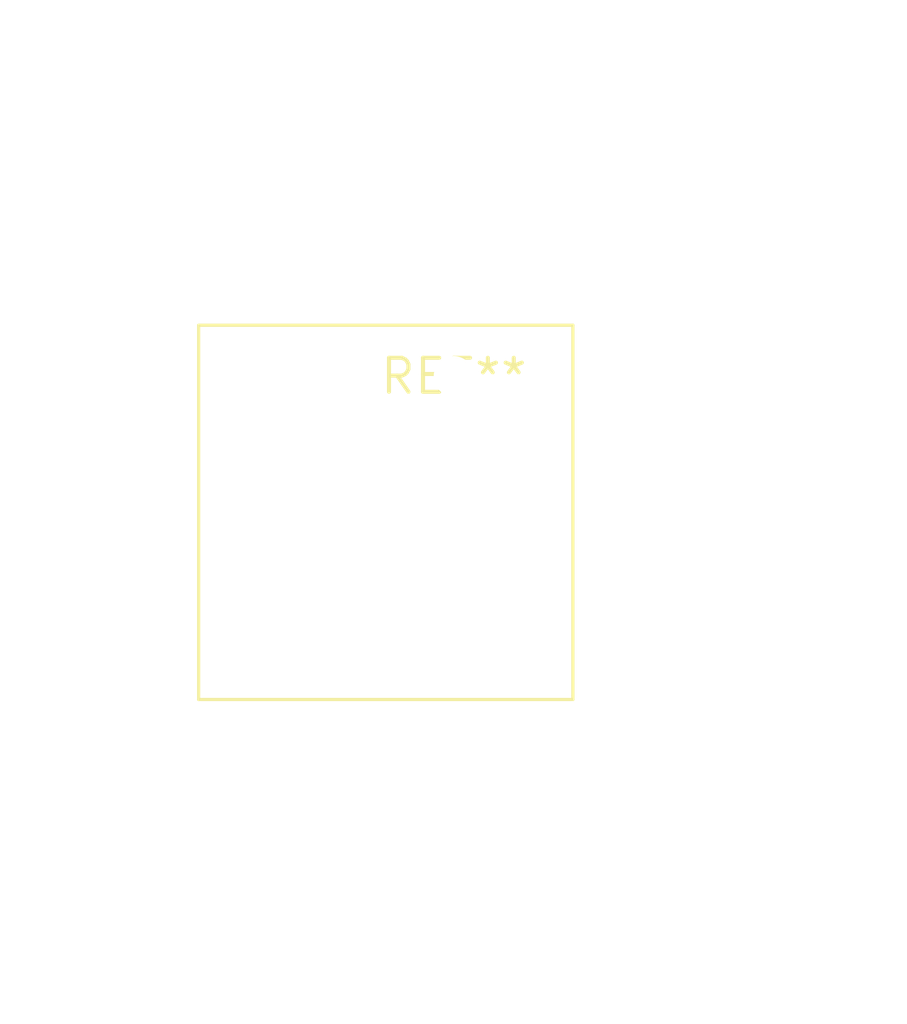
<source format=kicad_pcb>
(kicad_pcb (version 20240108) (generator pcbnew)
  (layers (0 "F.Cu" signal) (31 "B.Cu" signal) (34 "B.Paste" user) (35 "F.Paste" user) (36 "B.SilkS" user "B.Silkscreen") (37 "F.SilkS" user "F.Silkscreen") (38 "B.Mask" user) (39 "F.Mask" user) (44 "Edge.Cuts" user))
  (net 0 "")
  (footprint "SW_Cherry_MX_2.00u_Vertical_Plate" (layer "F.Cu") (at 0 0)
    (property "Reference" "REF**")
    (property "Value" "SW_Cherry_MX_2.00u_Vertical_Plate")
    (fp_line (start -9.525 -1.905) (end 4.445 -1.905) (layer "F.SilkS") (stroke (width 0.12)))
    (fp_line (start -9.525 12.065) (end -9.525 -1.905) (layer "F.SilkS") (stroke (width 0.12)))
    (fp_line (start 4.445 -1.905) (end 4.445 12.065) (layer "F.SilkS") (stroke (width 0.12)))
    (fp_line (start 4.445 12.065) (end -9.525 12.065) (layer "F.SilkS") (stroke (width 0.12)))
    (pad "" np_thru_hole circle (at -2.54 5.08) (size 4 4) (drill 4) (layers *.Cu *.Mask))
    (pad "1" thru_hole circle (at 0 0) (size 2.2 2.2) (drill 1.5) (layers *.Cu *.Mask) (remove_unused_layers))
    (pad "2" thru_hole circle (at -6.35 2.54) (size 2.2 2.2) (drill 1.5) (layers *.Cu *.Mask) (remove_unused_layers))
  )
)
</source>
